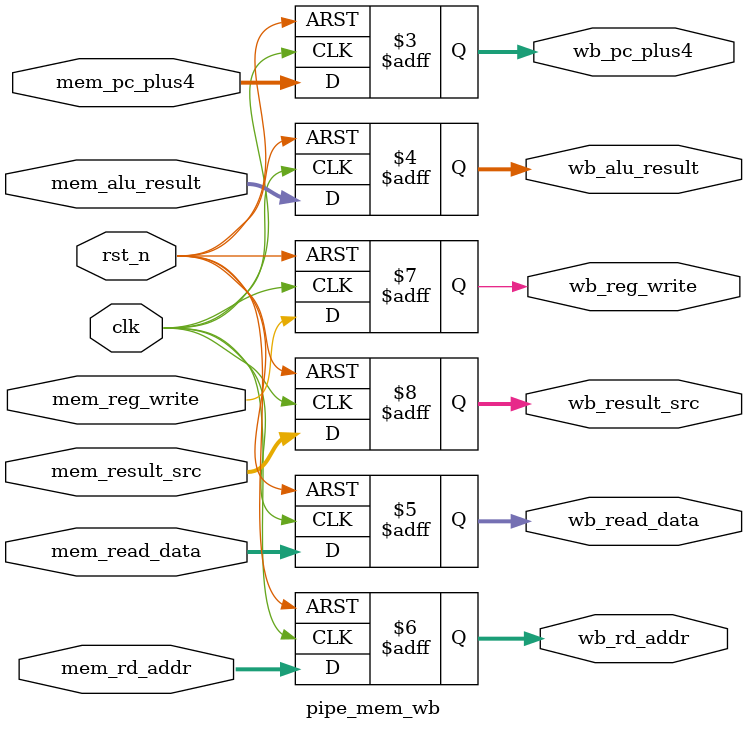
<source format=v>

module pipe_if_id (
    input  wire        clk,
    input  wire        rst_n,
    input  wire        stall,
    input  wire        flush,

    input  wire [31:0] if_pc,
    input  wire [31:0] if_pc_plus4,
    input  wire [31:0] if_instruction,

    output reg  [31:0] id_pc,
    output reg  [31:0] id_pc_plus4,
    output reg  [31:0] id_instruction
);

    always @(posedge clk or negedge rst_n) begin
        if (!rst_n) begin
            id_pc          <= 32'b0;
            id_pc_plus4    <= 32'b0;
            id_instruction <= 32'h00000013;  // NOP (ADDI x0, x0, 0)
        end else if (flush) begin
            id_pc          <= 32'b0;
            id_pc_plus4    <= 32'b0;
            id_instruction <= 32'h00000013;  // NOP
        end else if (!stall) begin
            id_pc          <= if_pc;
            id_pc_plus4    <= if_pc_plus4;
            id_instruction <= if_instruction;
        end
    end

endmodule

// ----------------------------------------------------------------------------
// ID/EX Pipeline Register
// ----------------------------------------------------------------------------
module pipe_id_ex (
    input  wire        clk,
    input  wire        rst_n,
    input  wire        flush,

    // Data inputs
    input  wire [31:0] id_pc,
    input  wire [31:0] id_pc_plus4,
    input  wire [31:0] id_rs1_data,
    input  wire [31:0] id_rs2_data,
    input  wire [31:0] id_immediate,
    input  wire [4:0]  id_rs1_addr,
    input  wire [4:0]  id_rs2_addr,
    input  wire [4:0]  id_rd_addr,

    // Control inputs
    input  wire [3:0]  id_alu_op,
    input  wire        id_alu_src,
    input  wire        id_mem_read,
    input  wire        id_mem_write,
    input  wire [2:0]  id_mem_size,
    input  wire        id_reg_write,
    input  wire [1:0]  id_result_src,
    input  wire        id_branch,
    input  wire        id_jump,
    input  wire        id_jalr,
    input  wire        id_lui,
    input  wire        id_auipc,
    input  wire [2:0]  id_funct3,

    // Data outputs
    output reg  [31:0] ex_pc,
    output reg  [31:0] ex_pc_plus4,
    output reg  [31:0] ex_rs1_data,
    output reg  [31:0] ex_rs2_data,
    output reg  [31:0] ex_immediate,
    output reg  [4:0]  ex_rs1_addr,
    output reg  [4:0]  ex_rs2_addr,
    output reg  [4:0]  ex_rd_addr,

    // Control outputs
    output reg  [3:0]  ex_alu_op,
    output reg         ex_alu_src,
    output reg         ex_mem_read,
    output reg         ex_mem_write,
    output reg  [2:0]  ex_mem_size,
    output reg         ex_reg_write,
    output reg  [1:0]  ex_result_src,
    output reg         ex_branch,
    output reg         ex_jump,
    output reg         ex_jalr,
    output reg         ex_lui,
    output reg         ex_auipc,
    output reg  [2:0]  ex_funct3
);

    always @(posedge clk or negedge rst_n) begin
        if (!rst_n) begin
            ex_pc         <= 32'b0;
            ex_pc_plus4   <= 32'b0;
            ex_rs1_data   <= 32'b0;
            ex_rs2_data   <= 32'b0;
            ex_immediate  <= 32'b0;
            ex_rs1_addr   <= 5'b0;
            ex_rs2_addr   <= 5'b0;
            ex_rd_addr    <= 5'b0;
            ex_alu_op     <= 4'b0;
            ex_alu_src    <= 1'b0;
            ex_mem_read   <= 1'b0;
            ex_mem_write  <= 1'b0;
            ex_mem_size   <= 3'b0;
            ex_reg_write  <= 1'b0;
            ex_result_src <= 2'b0;
            ex_branch     <= 1'b0;
            ex_jump       <= 1'b0;
            ex_jalr       <= 1'b0;
            ex_lui        <= 1'b0;
            ex_auipc      <= 1'b0;
            ex_funct3     <= 3'b0;
        end else if (flush) begin
            ex_pc         <= 32'b0;
            ex_pc_plus4   <= 32'b0;
            ex_rs1_data   <= 32'b0;
            ex_rs2_data   <= 32'b0;
            ex_immediate  <= 32'b0;
            ex_rs1_addr   <= 5'b0;
            ex_rs2_addr   <= 5'b0;
            ex_rd_addr    <= 5'b0;
            ex_alu_op     <= 4'b0;
            ex_alu_src    <= 1'b0;
            ex_mem_read   <= 1'b0;
            ex_mem_write  <= 1'b0;
            ex_mem_size   <= 3'b0;
            ex_reg_write  <= 1'b0;
            ex_result_src <= 2'b0;
            ex_branch     <= 1'b0;
            ex_jump       <= 1'b0;
            ex_jalr       <= 1'b0;
            ex_lui        <= 1'b0;
            ex_auipc      <= 1'b0;
            ex_funct3     <= 3'b0;
        end else begin
            ex_pc         <= id_pc;
            ex_pc_plus4   <= id_pc_plus4;
            ex_rs1_data   <= id_rs1_data;
            ex_rs2_data   <= id_rs2_data;
            ex_immediate  <= id_immediate;
            ex_rs1_addr   <= id_rs1_addr;
            ex_rs2_addr   <= id_rs2_addr;
            ex_rd_addr    <= id_rd_addr;
            ex_alu_op     <= id_alu_op;
            ex_alu_src    <= id_alu_src;
            ex_mem_read   <= id_mem_read;
            ex_mem_write  <= id_mem_write;
            ex_mem_size   <= id_mem_size;
            ex_reg_write  <= id_reg_write;
            ex_result_src <= id_result_src;
            ex_branch     <= id_branch;
            ex_jump       <= id_jump;
            ex_jalr       <= id_jalr;
            ex_lui        <= id_lui;
            ex_auipc      <= id_auipc;
            ex_funct3     <= id_funct3;
        end
    end

endmodule

// ----------------------------------------------------------------------------
// EX/MEM Pipeline Register
// ----------------------------------------------------------------------------
module pipe_ex_mem (
    input  wire        clk,
    input  wire        rst_n,

    // Data inputs
    input  wire [31:0] ex_pc_plus4,
    input  wire [31:0] ex_alu_result,
    input  wire [31:0] ex_rs2_data,
    input  wire [4:0]  ex_rd_addr,

    // Control inputs
    input  wire        ex_mem_read,
    input  wire        ex_mem_write,
    input  wire [2:0]  ex_mem_size,
    input  wire        ex_reg_write,
    input  wire [1:0]  ex_result_src,

    // Data outputs
    output reg  [31:0] mem_pc_plus4,
    output reg  [31:0] mem_alu_result,
    output reg  [31:0] mem_rs2_data,
    output reg  [4:0]  mem_rd_addr,

    // Control outputs
    output reg         mem_mem_read,
    output reg         mem_mem_write,
    output reg  [2:0]  mem_mem_size,
    output reg         mem_reg_write,
    output reg  [1:0]  mem_result_src
);

    always @(posedge clk or negedge rst_n) begin
        if (!rst_n) begin
            mem_pc_plus4   <= 32'b0;
            mem_alu_result <= 32'b0;
            mem_rs2_data   <= 32'b0;
            mem_rd_addr    <= 5'b0;
            mem_mem_read   <= 1'b0;
            mem_mem_write  <= 1'b0;
            mem_mem_size   <= 3'b0;
            mem_reg_write  <= 1'b0;
            mem_result_src <= 2'b0;
        end else begin
            mem_pc_plus4   <= ex_pc_plus4;
            mem_alu_result <= ex_alu_result;
            mem_rs2_data   <= ex_rs2_data;
            mem_rd_addr    <= ex_rd_addr;
            mem_mem_read   <= ex_mem_read;
            mem_mem_write  <= ex_mem_write;
            mem_mem_size   <= ex_mem_size;
            mem_reg_write  <= ex_reg_write;
            mem_result_src <= ex_result_src;
        end
    end

endmodule

// ----------------------------------------------------------------------------
// MEM/WB Pipeline Register
// ----------------------------------------------------------------------------
module pipe_mem_wb (
    input  wire        clk,
    input  wire        rst_n,

    // Data inputs
    input  wire [31:0] mem_pc_plus4,
    input  wire [31:0] mem_alu_result,
    input  wire [31:0] mem_read_data,
    input  wire [4:0]  mem_rd_addr,

    // Control inputs
    input  wire        mem_reg_write,
    input  wire [1:0]  mem_result_src,

    // Data outputs
    output reg  [31:0] wb_pc_plus4,
    output reg  [31:0] wb_alu_result,
    output reg  [31:0] wb_read_data,
    output reg  [4:0]  wb_rd_addr,

    // Control outputs
    output reg         wb_reg_write,
    output reg  [1:0]  wb_result_src
);

    always @(posedge clk or negedge rst_n) begin
        if (!rst_n) begin
            wb_pc_plus4   <= 32'b0;
            wb_alu_result <= 32'b0;
            wb_read_data  <= 32'b0;
            wb_rd_addr    <= 5'b0;
            wb_reg_write  <= 1'b0;
            wb_result_src <= 2'b0;
        end else begin
            wb_pc_plus4   <= mem_pc_plus4;
            wb_alu_result <= mem_alu_result;
            wb_read_data  <= mem_read_data;
            wb_rd_addr    <= mem_rd_addr;
            wb_reg_write  <= mem_reg_write;
            wb_result_src <= mem_result_src;
        end
    end

endmodule

</source>
